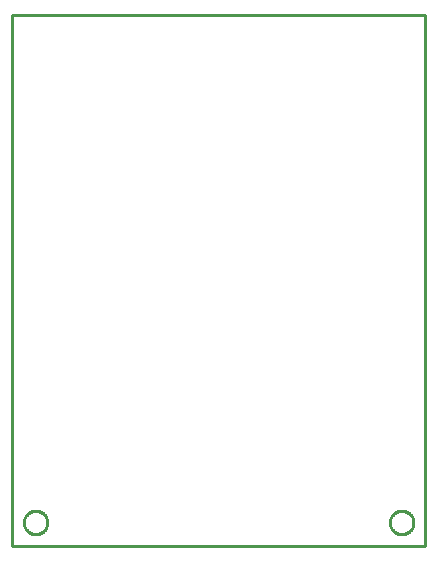
<source format=gbr>
G04 EAGLE Gerber RS-274X export*
G75*
%MOMM*%
%FSLAX34Y34*%
%LPD*%
%IN*%
%IPPOS*%
%AMOC8*
5,1,8,0,0,1.08239X$1,22.5*%
G01*
%ADD10C,0.254000*%


D10*
X0Y0D02*
X350000Y0D01*
X350000Y450000D01*
X0Y450000D01*
X0Y0D01*
X30000Y19563D02*
X29924Y18694D01*
X29772Y17834D01*
X29546Y16990D01*
X29248Y16170D01*
X28879Y15378D01*
X28442Y14622D01*
X27941Y13907D01*
X27380Y13238D01*
X26762Y12620D01*
X26093Y12059D01*
X25378Y11558D01*
X24622Y11121D01*
X23830Y10752D01*
X23010Y10454D01*
X22166Y10228D01*
X21307Y10076D01*
X20437Y10000D01*
X19563Y10000D01*
X18694Y10076D01*
X17834Y10228D01*
X16990Y10454D01*
X16170Y10752D01*
X15378Y11121D01*
X14622Y11558D01*
X13907Y12059D01*
X13238Y12620D01*
X12620Y13238D01*
X12059Y13907D01*
X11558Y14622D01*
X11121Y15378D01*
X10752Y16170D01*
X10454Y16990D01*
X10228Y17834D01*
X10076Y18694D01*
X10000Y19563D01*
X10000Y20437D01*
X10076Y21307D01*
X10228Y22166D01*
X10454Y23010D01*
X10752Y23830D01*
X11121Y24622D01*
X11558Y25378D01*
X12059Y26093D01*
X12620Y26762D01*
X13238Y27380D01*
X13907Y27941D01*
X14622Y28442D01*
X15378Y28879D01*
X16170Y29248D01*
X16990Y29546D01*
X17834Y29772D01*
X18694Y29924D01*
X19563Y30000D01*
X20437Y30000D01*
X21307Y29924D01*
X22166Y29772D01*
X23010Y29546D01*
X23830Y29248D01*
X24622Y28879D01*
X25378Y28442D01*
X26093Y27941D01*
X26762Y27380D01*
X27380Y26762D01*
X27941Y26093D01*
X28442Y25378D01*
X28879Y24622D01*
X29248Y23830D01*
X29546Y23010D01*
X29772Y22166D01*
X29924Y21307D01*
X30000Y20437D01*
X30000Y19563D01*
X340000Y19563D02*
X339924Y18694D01*
X339772Y17834D01*
X339546Y16990D01*
X339248Y16170D01*
X338879Y15378D01*
X338442Y14622D01*
X337941Y13907D01*
X337380Y13238D01*
X336762Y12620D01*
X336093Y12059D01*
X335378Y11558D01*
X334622Y11121D01*
X333830Y10752D01*
X333010Y10454D01*
X332166Y10228D01*
X331307Y10076D01*
X330437Y10000D01*
X329563Y10000D01*
X328694Y10076D01*
X327834Y10228D01*
X326990Y10454D01*
X326170Y10752D01*
X325378Y11121D01*
X324622Y11558D01*
X323907Y12059D01*
X323238Y12620D01*
X322620Y13238D01*
X322059Y13907D01*
X321558Y14622D01*
X321121Y15378D01*
X320752Y16170D01*
X320454Y16990D01*
X320228Y17834D01*
X320076Y18694D01*
X320000Y19563D01*
X320000Y20437D01*
X320076Y21307D01*
X320228Y22166D01*
X320454Y23010D01*
X320752Y23830D01*
X321121Y24622D01*
X321558Y25378D01*
X322059Y26093D01*
X322620Y26762D01*
X323238Y27380D01*
X323907Y27941D01*
X324622Y28442D01*
X325378Y28879D01*
X326170Y29248D01*
X326990Y29546D01*
X327834Y29772D01*
X328694Y29924D01*
X329563Y30000D01*
X330437Y30000D01*
X331307Y29924D01*
X332166Y29772D01*
X333010Y29546D01*
X333830Y29248D01*
X334622Y28879D01*
X335378Y28442D01*
X336093Y27941D01*
X336762Y27380D01*
X337380Y26762D01*
X337941Y26093D01*
X338442Y25378D01*
X338879Y24622D01*
X339248Y23830D01*
X339546Y23010D01*
X339772Y22166D01*
X339924Y21307D01*
X340000Y20437D01*
X340000Y19563D01*
M02*

</source>
